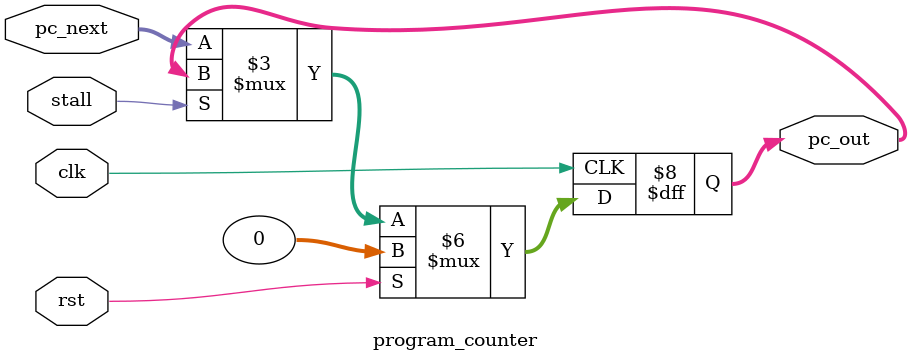
<source format=sv>
`timescale 1ns / 1ps

module program_counter (
    input  wire        clk,
    input  wire        rst,
    input  wire        stall,
    input  wire [31:0] pc_next,
    output reg  [31:0] pc_out
);
    // Convert to Synchronous Reset
    always @(posedge clk) begin
        if (rst)
            pc_out <= 32'd0;
        else if (!stall)
            pc_out <= pc_next;
    end
endmodule
</source>
